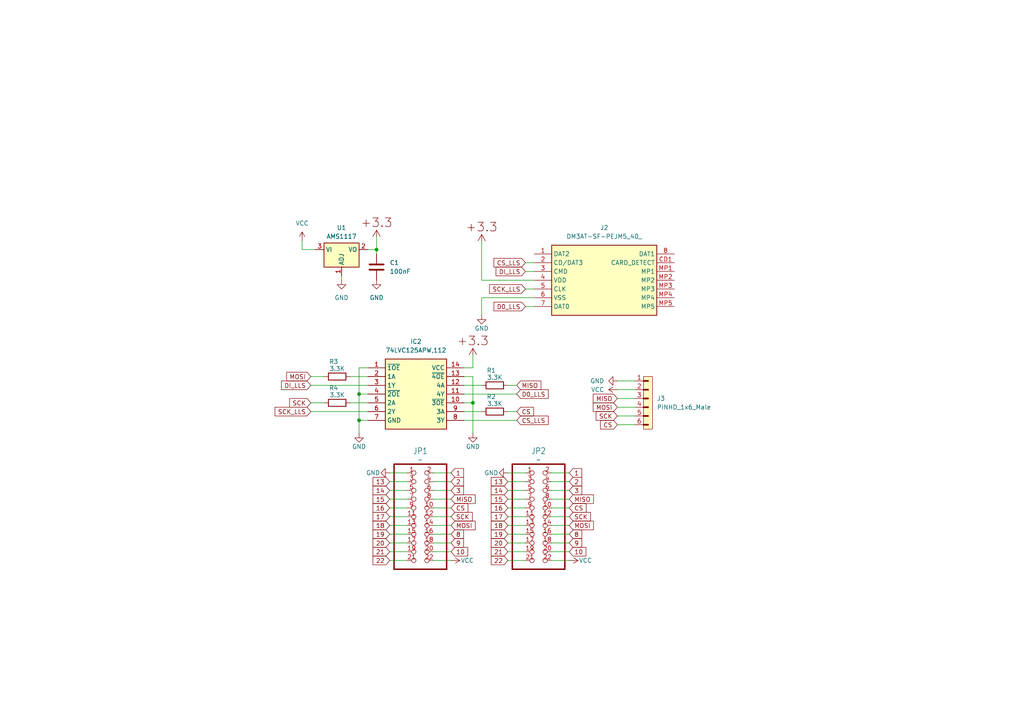
<source format=kicad_sch>
(kicad_sch (version 20231120) (generator "eeschema") (generator_version "8.0")
  (paper "A4")
  (title_block (title "XPL-32 SD Card Adapter") (rev "V2 "))
  (lib_symbols
    (symbol "74LVC125APW_112:74LVC125APW,112"
      (property "Reference" "IC" (at 24.13 7.62 0))
      (property "Value" "74LVC125APW,112" (at 24.13 5.08 0))
      (symbol "74LVC125APW,112_1_1"
        (rectangle (start 5.08 2.54) (end 22.86 -17.78) (stroke (width 0.254)) (fill (type background)))
        (pin passive line (at 0 0 0) (length 5.08) (name "~{1OE}") (number "1"))
        (pin passive line (at 27.94 -10.16 180) (length 5.08) (name "~{3OE}") (number "10"))
        (pin passive line (at 27.94 -7.62 180) (length 5.08) (name "4Y") (number "11"))
        (pin passive line (at 27.94 -5.08 180) (length 5.08) (name "4A") (number "12"))
        (pin passive line (at 27.94 -2.54 180) (length 5.08) (name "~{4OE}") (number "13"))
        (pin passive line (at 27.94 0 180) (length 5.08) (name "VCC") (number "14"))
        (pin passive line (at 0 -2.54 0) (length 5.08) (name "1A") (number "2"))
        (pin passive line (at 0 -5.08 0) (length 5.08) (name "1Y") (number "3"))
        (pin passive line (at 0 -7.62 0) (length 5.08) (name "~{2OE}") (number "4"))
        (pin passive line (at 0 -10.16 0) (length 5.08) (name "2A") (number "5"))
        (pin passive line (at 0 -12.7 0) (length 5.08) (name "2Y") (number "6"))
        (pin passive line (at 0 -15.24 0) (length 5.08) (name "GND") (number "7"))
        (pin passive line (at 27.94 -15.24 180) (length 5.08) (name "3Y") (number "8"))
        (pin passive line (at 27.94 -12.7 180) (length 5.08) (name "3A") (number "9"))
      )
    )
    (symbol "DM3AT-SF-PEJM5_40_:DM3AT-SF-PEJM5_40_"
      (property "Reference" "J" (at 36.83 7.62 0))
      (property "Value" "DM3AT-SF-PEJM5_40_" (at 36.83 5.08 0))
      (symbol "DM3AT-SF-PEJM5_40__1_1"
        (rectangle (start 5.08 2.54) (end 35.56 -17.78) (stroke (width 0.254)) (fill (type background)))
        (pin passive line (at 0 0 0) (length 5.08) (name "DAT2") (number "1"))
        (pin passive line (at 0 -2.54 0) (length 5.08) (name "CD/DAT3") (number "2"))
        (pin passive line (at 0 -5.08 0) (length 5.08) (name "CMD") (number "3"))
        (pin passive line (at 0 -7.62 0) (length 5.08) (name "VDD") (number "4"))
        (pin passive line (at 0 -10.16 0) (length 5.08) (name "CLK") (number "5"))
        (pin passive line (at 0 -12.7 0) (length 5.08) (name "VSS") (number "6"))
        (pin passive line (at 0 -15.24 0) (length 5.08) (name "DAT0") (number "7"))
        (pin passive line (at 40.64 0 180) (length 5.08) (name "DAT1") (number "8"))
        (pin passive line (at 40.64 -2.54 180) (length 5.08) (name "CARD_DETECT") (number "CD1"))
        (pin passive line (at 40.64 -5.08 180) (length 5.08) (name "MP1") (number "MP1"))
        (pin passive line (at 40.64 -7.62 180) (length 5.08) (name "MP2") (number "MP2"))
        (pin passive line (at 40.64 -10.16 180) (length 5.08) (name "MP3") (number "MP3"))
        (pin passive line (at 40.64 -12.7 180) (length 5.08) (name "MP4") (number "MP4"))
        (pin passive line (at 40.64 -15.24 180) (length 5.08) (name "MP5") (number "MP5"))
      )
    )
    (symbol "PCM_Capacitor_AKL:C_0603" (pin_numbers hide) (pin_names (offset 0.254))
      (property "Reference" "C" (at 0.635 2.54 0))
      (property "Value" "C_0603" (at 0.635 -2.54 0))
      (symbol "C_0603_0_1"
        (polyline (pts (xy -2.032 -0.762) (xy 2.032 -0.762)) (stroke (width 0.508)))
        (polyline (pts (xy -2.032 0.762) (xy 2.032 0.762)) (stroke (width 0.508)))
      )
      (symbol "C_0603_0_2"
        (polyline (pts (xy -2.54 -2.54) (xy -0.381 -0.381)))
        (polyline (pts (xy -0.508 -0.508) (xy -1.651 0.635)) (stroke (width 0.508)))
        (polyline (pts (xy -0.508 -0.508) (xy 0.635 -1.651)) (stroke (width 0.508)))
        (polyline (pts (xy 0.381 0.381) (xy 2.54 2.54)))
        (polyline (pts (xy 0.508 0.508) (xy -0.635 1.651)) (stroke (width 0.508)))
        (polyline (pts (xy 0.508 0.508) (xy 1.651 -0.635)) (stroke (width 0.508)))
      )
      (symbol "C_0603_1_1"
        (pin passive line (at 0 3.81 270) (length 2.794) (name "~") (number "1"))
        (pin passive line (at 0 -3.81 90) (length 2.794) (name "~") (number "2"))
      )
      (symbol "C_0603_1_2"
        (pin passive line (at 2.54 2.54 270) (length 0) (name "~") (number "1"))
        (pin passive line (at -2.54 -2.54 90) (length 0) (name "~") (number "2"))
      )
    )
    (symbol "PCM_Generic:P,+3.3" (power) (pin_numbers hide) (pin_names (offset 1.27) hide)
      (symbol "P,+3.3_1_1"
        (polyline (pts (xy 0 0) (xy 0 1.8288)))
        (polyline (pts (xy -1.0668 0) (xy 0 1.8288) (xy 1.0668 0)))
        (text "+3.3" (at 0 2.54 0) (effects (font (size 2.54 2.54)) (justify bottom)))
        (pin power_in line (at 0 0 0) (length 0) hide (name "+3.3") (number "0"))
      )
    )
    (symbol "PCM_Resistor_AKL:R_0805" (pin_numbers hide) (pin_names (offset 0))
      (property "Reference" "R" (at 2.54 1.27 0))
      (property "Value" "R_0805" (at 2.54 -1.27 0))
      (symbol "R_0805_0_1"
        (rectangle (start -1.016 2.54) (end 1.016 -2.54) (stroke (width 0.254)))
      )
      (symbol "R_0805_0_2"
        (polyline (pts (xy -2.54 -2.54) (xy -1.524 -1.524)))
        (polyline (pts (xy 1.524 1.524) (xy 2.54 2.54)))
        (polyline (pts (xy 1.524 1.524) (xy 0.889 2.159) (xy -2.159 -0.889) (xy -0.889 -2.159) (xy 2.159 0.889) (xy 1.524 1.524)) (stroke (width 0.254)))
      )
      (symbol "R_0805_1_1"
        (pin passive line (at 0 3.81 270) (length 1.27) (name "~") (number "1"))
        (pin passive line (at 0 -3.81 90) (length 1.27) (name "~") (number "2"))
      )
      (symbol "R_0805_1_2"
        (pin passive line (at 2.54 2.54 180) (length 0) (name "") (number "1"))
        (pin passive line (at -2.54 -2.54 0) (length 0) (name "") (number "2"))
      )
    )
    (symbol "PCM_SL_Pin_Headers:PINHD_1x6_Male"
      (property "Reference" "J" (at 0 11.43 0))
      (property "Value" "PINHD_1x6_Male" (at 0 8.89 0))
      (symbol "PINHD_1x6_Male_0_1"
        (rectangle (start -1.27 7.62) (end 1.27 -7.62) (fill (type background)))
        (polyline (pts (xy -1.27 -6.35) (xy 0 -6.35)) (stroke (width 0.3)))
        (polyline (pts (xy -1.27 -6.35) (xy 0 -6.35)) (stroke (width 0.5)))
        (polyline (pts (xy -1.27 -3.81) (xy 0 -3.81)) (stroke (width 0.3)))
        (polyline (pts (xy -1.27 -3.81) (xy 0 -3.81)) (stroke (width 0.5)))
        (polyline (pts (xy -1.27 -1.27) (xy 0 -1.27)) (stroke (width 0.3)))
        (polyline (pts (xy -1.27 -1.27) (xy 0 -1.27)) (stroke (width 0.5)))
        (polyline (pts (xy -1.27 1.27) (xy 0 1.27)) (stroke (width 0.3)))
        (polyline (pts (xy -1.27 1.27) (xy 0 1.27)) (stroke (width 0.5)))
        (polyline (pts (xy -1.27 3.81) (xy 0 3.81)) (stroke (width 0.3)))
        (polyline (pts (xy -1.27 3.81) (xy 0 3.81)) (stroke (width 0.5)))
        (polyline (pts (xy -1.27 6.35) (xy 0 6.35)) (stroke (width 0.3)))
        (polyline (pts (xy -1.27 6.35) (xy 0 6.35)) (stroke (width 0.5)))
      )
      (symbol "PINHD_1x6_Male_1_1"
        (pin passive line (at -3.81 6.35 0) (length 2.54) (name "") (number "1"))
        (pin passive line (at -3.81 3.81 0) (length 2.54) (name "") (number "2"))
        (pin passive line (at -3.81 1.27 0) (length 2.54) (name "") (number "3"))
        (pin passive line (at -3.81 -1.27 0) (length 2.54) (name "") (number "4"))
        (pin passive line (at -3.81 -3.81 0) (length 2.54) (name "") (number "5"))
        (pin passive line (at -3.81 -6.35 0) (length 2.54) (name "") (number "6"))
      )
    )
    (symbol "Regulator_Linear:AMS1117"
      (property "Reference" "U" (at -3.81 3.175 0))
      (property "Value" "AMS1117" (at 0 3.175 0))
      (symbol "AMS1117_0_1"
        (rectangle (start -5.08 -5.08) (end 5.08 1.905) (stroke (width 0.254)) (fill (type background)))
      )
      (symbol "AMS1117_1_1"
        (pin input line (at 0 -7.62 90) (length 2.54) (name "ADJ") (number "1"))
        (pin power_out line (at 7.62 0 180) (length 2.54) (name "VO") (number "2"))
        (pin power_in line (at -7.62 0 0) (length 2.54) (name "VI") (number "3"))
      )
    )
    (symbol "memory card-eagle-import:PINHD-2X11/90"
      (property "Reference" "JP" (at -6.35 15.875 0))
      (symbol "PINHD-2X11/90_1_0"
        (polyline (pts (xy -6.35 -15.24) (xy 8.89 -15.24)) (stroke (width 0.4064)))
        (polyline (pts (xy -6.35 15.24) (xy -6.35 -15.24)) (stroke (width 0.4064)))
        (polyline (pts (xy 8.89 -15.24) (xy 8.89 15.24)) (stroke (width 0.4064)))
        (polyline (pts (xy 8.89 15.24) (xy -6.35 15.24)) (stroke (width 0.4064)))
        (pin passive inverted (at -2.54 12.7 0) (length 2.54) (name "1") (number "1"))
        (pin passive inverted (at 5.08 2.54 180) (length 2.54) (name "10") (number "10"))
        (pin passive inverted (at -2.54 0 0) (length 2.54) (name "11") (number "11"))
        (pin passive inverted (at 5.08 0 180) (length 2.54) (name "12") (number "12"))
        (pin passive inverted (at -2.54 -2.54 0) (length 2.54) (name "13") (number "13"))
        (pin passive inverted (at 5.08 -2.54 180) (length 2.54) (name "14") (number "14"))
        (pin passive inverted (at -2.54 -5.08 0) (length 2.54) (name "15") (number "15"))
        (pin passive inverted (at 5.08 -5.08 180) (length 2.54) (name "16") (number "16"))
        (pin passive inverted (at -2.54 -7.62 0) (length 2.54) (name "17") (number "17"))
        (pin passive inverted (at 5.08 -7.62 180) (length 2.54) (name "18") (number "18"))
        (pin passive inverted (at -2.54 -10.16 0) (length 2.54) (name "19") (number "19"))
        (pin passive inverted (at 5.08 12.7 180) (length 2.54) (name "2") (number "2"))
        (pin passive inverted (at 5.08 -10.16 180) (length 2.54) (name "20") (number "20"))
        (pin passive inverted (at -2.54 -12.7 0) (length 2.54) (name "21") (number "21"))
        (pin passive inverted (at 5.08 -12.7 180) (length 2.54) (name "22") (number "22"))
        (pin passive inverted (at -2.54 10.16 0) (length 2.54) (name "3") (number "3"))
        (pin passive inverted (at 5.08 10.16 180) (length 2.54) (name "4") (number "4"))
        (pin passive inverted (at -2.54 7.62 0) (length 2.54) (name "5") (number "5"))
        (pin passive inverted (at 5.08 7.62 180) (length 2.54) (name "6") (number "6"))
        (pin passive inverted (at -2.54 5.08 0) (length 2.54) (name "7") (number "7"))
        (pin passive inverted (at 5.08 5.08 180) (length 2.54) (name "8") (number "8"))
        (pin passive inverted (at -2.54 2.54 0) (length 2.54) (name "9") (number "9"))
      )
    )
    (symbol "power:GND" (power) (pin_numbers hide) (pin_names (offset 0) hide)
      (property "Value" "GND" (at 0 -3.81 0))
      (symbol "GND_0_1"
        (polyline (pts (xy 0 0) (xy 0 -1.27) (xy 1.27 -1.27) (xy 0 -2.54) (xy -1.27 -1.27) (xy 0 -1.27)))
      )
      (symbol "GND_1_1"
        (pin power_in line (at 0 0 270) (length 0) (name "~") (number "1"))
      )
    )
    (symbol "power:VCC" (power) (pin_numbers hide) (pin_names (offset 0) hide)
      (property "Value" "VCC" (at 0 3.556 0))
      (symbol "VCC_0_1"
        (polyline (pts (xy -0.762 1.27) (xy 0 2.54)))
        (polyline (pts (xy 0 0) (xy 0 2.54)))
        (polyline (pts (xy 0 2.54) (xy 0.762 1.27)))
      )
      (symbol "VCC_1_1"
        (pin power_in line (at 0 0 90) (length 0) (name "~") (number "1"))
      )
    )
  )
  (junction (at 109.22 72.39))
  (junction (at 104.14 114.3))
  (junction (at 104.14 121.92))
  (junction (at 137.16 116.84))
  (wire (pts (xy 113.03 160.02) (xy 118.11 160.02)))
  (wire (pts (xy 134.62 106.68) (xy 137.16 106.68)))
  (wire (pts (xy 113.03 152.4) (xy 118.11 152.4)))
  (wire (pts (xy 165.1 157.48) (xy 160.02 157.48)))
  (wire (pts (xy 179.07 115.57) (xy 184.15 115.57)))
  (wire (pts (xy 90.17 119.38) (xy 106.68 119.38)))
  (wire (pts (xy 101.6 109.22) (xy 106.68 109.22)))
  (wire (pts (xy 165.1 147.32) (xy 160.02 147.32)))
  (wire (pts (xy 130.81 154.94) (xy 125.73 154.94)))
  (wire (pts (xy 134.62 114.3) (xy 149.86 114.3)))
  (wire (pts (xy 134.62 111.76) (xy 139.7 111.76)))
  (wire (pts (xy 113.03 149.86) (xy 118.11 149.86)))
  (wire (pts (xy 139.7 86.36) (xy 154.94 86.36)))
  (wire (pts (xy 130.81 157.48) (xy 125.73 157.48)))
  (wire (pts (xy 152.4 76.2) (xy 154.94 76.2)))
  (wire (pts (xy 147.32 139.7) (xy 152.4 139.7)))
  (wire (pts (xy 104.14 114.3) (xy 106.68 114.3)))
  (wire (pts (xy 134.62 116.84) (xy 137.16 116.84)))
  (wire (pts (xy 179.07 120.65) (xy 184.15 120.65)))
  (wire (pts (xy 147.32 157.48) (xy 152.4 157.48)))
  (wire (pts (xy 165.1 149.86) (xy 160.02 149.86)))
  (wire (pts (xy 152.4 88.9) (xy 154.94 88.9)))
  (wire (pts (xy 104.14 114.3) (xy 104.14 106.68)))
  (wire (pts (xy 134.62 119.38) (xy 139.7 119.38)))
  (wire (pts (xy 130.81 139.7) (xy 125.73 139.7)))
  (wire (pts (xy 147.32 111.76) (xy 149.86 111.76)))
  (wire (pts (xy 113.03 162.56) (xy 118.11 162.56)))
  (wire (pts (xy 113.03 157.48) (xy 118.11 157.48)))
  (wire (pts (xy 165.1 162.56) (xy 160.02 162.56)))
  (wire (pts (xy 165.1 152.4) (xy 160.02 152.4)))
  (wire (pts (xy 179.07 113.03) (xy 184.15 113.03)))
  (wire (pts (xy 101.6 116.84) (xy 106.68 116.84)))
  (wire (pts (xy 165.1 142.24) (xy 160.02 142.24)))
  (wire (pts (xy 113.03 147.32) (xy 118.11 147.32)))
  (wire (pts (xy 130.81 160.02) (xy 125.73 160.02)))
  (wire (pts (xy 147.32 154.94) (xy 152.4 154.94)))
  (wire (pts (xy 139.7 81.28) (xy 139.7 69.85)))
  (wire (pts (xy 87.63 72.39) (xy 91.44 72.39)))
  (wire (pts (xy 137.16 125.73) (xy 137.16 116.84)))
  (wire (pts (xy 147.32 144.78) (xy 152.4 144.78)))
  (wire (pts (xy 99.06 81.28) (xy 99.06 80.01)))
  (wire (pts (xy 130.81 149.86) (xy 125.73 149.86)))
  (wire (pts (xy 90.17 109.22) (xy 93.98 109.22)))
  (wire (pts (xy 147.32 162.56) (xy 152.4 162.56)))
  (wire (pts (xy 179.07 123.19) (xy 184.15 123.19)))
  (wire (pts (xy 113.03 139.7) (xy 118.11 139.7)))
  (wire (pts (xy 147.32 152.4) (xy 152.4 152.4)))
  (wire (pts (xy 104.14 121.92) (xy 104.14 114.3)))
  (wire (pts (xy 165.1 137.16) (xy 160.02 137.16)))
  (wire (pts (xy 139.7 81.28) (xy 154.94 81.28)))
  (wire (pts (xy 130.81 162.56) (xy 125.73 162.56)))
  (wire (pts (xy 137.16 102.87) (xy 137.16 106.68)))
  (wire (pts (xy 147.32 142.24) (xy 152.4 142.24)))
  (wire (pts (xy 152.4 78.74) (xy 154.94 78.74)))
  (wire (pts (xy 152.4 83.82) (xy 154.94 83.82)))
  (wire (pts (xy 113.03 144.78) (xy 118.11 144.78)))
  (wire (pts (xy 104.14 121.92) (xy 104.14 125.73)))
  (wire (pts (xy 165.1 160.02) (xy 160.02 160.02)))
  (wire (pts (xy 130.81 144.78) (xy 125.73 144.78)))
  (wire (pts (xy 130.81 142.24) (xy 125.73 142.24)))
  (wire (pts (xy 113.03 142.24) (xy 118.11 142.24)))
  (wire (pts (xy 165.1 144.78) (xy 160.02 144.78)))
  (wire (pts (xy 106.68 121.92) (xy 104.14 121.92)))
  (wire (pts (xy 90.17 111.76) (xy 106.68 111.76)))
  (wire (pts (xy 130.81 137.16) (xy 125.73 137.16)))
  (wire (pts (xy 104.14 106.68) (xy 106.68 106.68)))
  (wire (pts (xy 179.07 110.49) (xy 184.15 110.49)))
  (wire (pts (xy 147.32 137.16) (xy 152.4 137.16)))
  (wire (pts (xy 147.32 149.86) (xy 152.4 149.86)))
  (wire (pts (xy 137.16 109.22) (xy 134.62 109.22)))
  (wire (pts (xy 147.32 147.32) (xy 152.4 147.32)))
  (wire (pts (xy 130.81 147.32) (xy 125.73 147.32)))
  (wire (pts (xy 147.32 119.38) (xy 149.86 119.38)))
  (wire (pts (xy 139.7 86.36) (xy 139.7 91.44)))
  (wire (pts (xy 179.07 118.11) (xy 184.15 118.11)))
  (wire (pts (xy 147.32 160.02) (xy 152.4 160.02)))
  (wire (pts (xy 87.63 69.85) (xy 87.63 72.39)))
  (wire (pts (xy 113.03 137.16) (xy 118.11 137.16)))
  (wire (pts (xy 165.1 139.7) (xy 160.02 139.7)))
  (wire (pts (xy 109.22 68.58) (xy 109.22 72.39)))
  (wire (pts (xy 165.1 154.94) (xy 160.02 154.94)))
  (wire (pts (xy 106.68 72.39) (xy 109.22 72.39)))
  (wire (pts (xy 134.62 121.92) (xy 149.86 121.92)))
  (wire (pts (xy 113.03 154.94) (xy 118.11 154.94)))
  (wire (pts (xy 90.17 116.84) (xy 93.98 116.84)))
  (wire (pts (xy 130.81 152.4) (xy 125.73 152.4)))
  (wire (pts (xy 137.16 116.84) (xy 137.16 109.22)))
  (wire (pts (xy 109.22 72.39) (xy 109.22 73.66)))
  (global_label "CS_LLS" (shape input) (at 152.4 76.2 180) (property "Intersheetrefs" "${INTERSHEET_REFS}" (effects (hide yes))))
  (global_label "D0_LLS" (shape input) (at 149.86 114.3 0) (property "Intersheetrefs" "${INTERSHEET_REFS}" (effects (hide yes))))
  (global_label "14" (shape input) (at 113.03 142.24 180) (property "Intersheetrefs" "${INTERSHEET_REFS}" (effects (hide yes))))
  (global_label "CS_LLS" (shape input) (at 149.86 121.92 0) (property "Intersheetrefs" "${INTERSHEET_REFS}" (effects (hide yes))))
  (global_label "1" (shape input) (at 165.1 137.16 0) (property "Intersheetrefs" "${INTERSHEET_REFS}" (effects (hide yes))))
  (global_label "MOSI" (shape input) (at 165.1 152.4 0) (property "Intersheetrefs" "${INTERSHEET_REFS}" (effects (hide yes))))
  (global_label "SCK_LLS" (shape input) (at 90.17 119.38 180) (property "Intersheetrefs" "${INTERSHEET_REFS}" (effects (hide yes))))
  (global_label "20" (shape input) (at 113.03 157.48 180) (property "Intersheetrefs" "${INTERSHEET_REFS}" (effects (hide yes))))
  (global_label "DI_LLS" (shape input) (at 152.4 78.74 180) (property "Intersheetrefs" "${INTERSHEET_REFS}" (effects (hide yes))))
  (global_label "SCK" (shape input) (at 130.81 149.86 0) (property "Intersheetrefs" "${INTERSHEET_REFS}" (effects (hide yes))))
  (global_label "8" (shape input) (at 165.1 154.94 0) (property "Intersheetrefs" "${INTERSHEET_REFS}" (effects (hide yes))))
  (global_label "2" (shape input) (at 130.81 139.7 0) (property "Intersheetrefs" "${INTERSHEET_REFS}" (effects (hide yes))))
  (global_label "SCK_LLS" (shape input) (at 152.4 83.82 180) (property "Intersheetrefs" "${INTERSHEET_REFS}" (effects (hide yes))))
  (global_label "17" (shape input) (at 113.03 149.86 180) (property "Intersheetrefs" "${INTERSHEET_REFS}" (effects (hide yes))))
  (global_label "9" (shape input) (at 130.81 157.48 0) (property "Intersheetrefs" "${INTERSHEET_REFS}" (effects (hide yes))))
  (global_label "10" (shape input) (at 130.81 160.02 0) (property "Intersheetrefs" "${INTERSHEET_REFS}" (effects (hide yes))))
  (global_label "18" (shape input) (at 113.03 152.4 180) (property "Intersheetrefs" "${INTERSHEET_REFS}" (effects (hide yes))))
  (global_label "22" (shape input) (at 113.03 162.56 180) (property "Intersheetrefs" "${INTERSHEET_REFS}" (effects (hide yes))))
  (global_label "MISO" (shape input) (at 149.86 111.76 0) (property "Intersheetrefs" "${INTERSHEET_REFS}" (effects (hide yes))))
  (global_label "10" (shape input) (at 165.1 160.02 0) (property "Intersheetrefs" "${INTERSHEET_REFS}" (effects (hide yes))))
  (global_label "MISO" (shape input) (at 179.07 115.57 180) (property "Intersheetrefs" "${INTERSHEET_REFS}" (effects (hide yes))))
  (global_label "3" (shape input) (at 130.81 142.24 0) (property "Intersheetrefs" "${INTERSHEET_REFS}" (effects (hide yes))))
  (global_label "2" (shape input) (at 165.1 139.7 0) (property "Intersheetrefs" "${INTERSHEET_REFS}" (effects (hide yes))))
  (global_label "18" (shape input) (at 147.32 152.4 180) (property "Intersheetrefs" "${INTERSHEET_REFS}" (effects (hide yes))))
  (global_label "16" (shape input) (at 113.03 147.32 180) (property "Intersheetrefs" "${INTERSHEET_REFS}" (effects (hide yes))))
  (global_label "13" (shape input) (at 147.32 139.7 180) (property "Intersheetrefs" "${INTERSHEET_REFS}" (effects (hide yes))))
  (global_label "CS" (shape input) (at 130.81 147.32 0) (property "Intersheetrefs" "${INTERSHEET_REFS}" (effects (hide yes))))
  (global_label "3" (shape input) (at 165.1 142.24 0) (property "Intersheetrefs" "${INTERSHEET_REFS}" (effects (hide yes))))
  (global_label "16" (shape input) (at 147.32 147.32 180) (property "Intersheetrefs" "${INTERSHEET_REFS}" (effects (hide yes))))
  (global_label "19" (shape input) (at 113.03 154.94 180) (property "Intersheetrefs" "${INTERSHEET_REFS}" (effects (hide yes))))
  (global_label "CS" (shape input) (at 165.1 147.32 0) (property "Intersheetrefs" "${INTERSHEET_REFS}" (effects (hide yes))))
  (global_label "20" (shape input) (at 147.32 157.48 180) (property "Intersheetrefs" "${INTERSHEET_REFS}" (effects (hide yes))))
  (global_label "19" (shape input) (at 147.32 154.94 180) (property "Intersheetrefs" "${INTERSHEET_REFS}" (effects (hide yes))))
  (global_label "MOSI" (shape input) (at 90.17 109.22 180) (property "Intersheetrefs" "${INTERSHEET_REFS}" (effects (hide yes))))
  (global_label "D0_LLS" (shape input) (at 152.4 88.9 180) (property "Intersheetrefs" "${INTERSHEET_REFS}" (effects (hide yes))))
  (global_label "13" (shape input) (at 113.03 139.7 180) (property "Intersheetrefs" "${INTERSHEET_REFS}" (effects (hide yes))))
  (global_label "SCK" (shape input) (at 165.1 149.86 0) (property "Intersheetrefs" "${INTERSHEET_REFS}" (effects (hide yes))))
  (global_label "MISO" (shape input) (at 130.81 144.78 0) (property "Intersheetrefs" "${INTERSHEET_REFS}" (effects (hide yes))))
  (global_label "DI_LLS" (shape input) (at 90.17 111.76 180) (property "Intersheetrefs" "${INTERSHEET_REFS}" (effects (hide yes))))
  (global_label "15" (shape input) (at 147.32 144.78 180) (property "Intersheetrefs" "${INTERSHEET_REFS}" (effects (hide yes))))
  (global_label "8" (shape input) (at 130.81 154.94 0) (property "Intersheetrefs" "${INTERSHEET_REFS}" (effects (hide yes))))
  (global_label "1" (shape input) (at 130.81 137.16 0) (property "Intersheetrefs" "${INTERSHEET_REFS}" (effects (hide yes))))
  (global_label "15" (shape input) (at 113.03 144.78 180) (property "Intersheetrefs" "${INTERSHEET_REFS}" (effects (hide yes))))
  (global_label "14" (shape input) (at 147.32 142.24 180) (property "Intersheetrefs" "${INTERSHEET_REFS}" (effects (hide yes))))
  (global_label "MISO" (shape input) (at 165.1 144.78 0) (property "Intersheetrefs" "${INTERSHEET_REFS}" (effects (hide yes))))
  (global_label "21" (shape input) (at 147.32 160.02 180) (property "Intersheetrefs" "${INTERSHEET_REFS}" (effects (hide yes))))
  (global_label "SCK" (shape input) (at 179.07 120.65 180) (property "Intersheetrefs" "${INTERSHEET_REFS}" (effects (hide yes))))
  (global_label "21" (shape input) (at 113.03 160.02 180) (property "Intersheetrefs" "${INTERSHEET_REFS}" (effects (hide yes))))
  (global_label "SCK" (shape input) (at 90.17 116.84 180) (property "Intersheetrefs" "${INTERSHEET_REFS}" (effects (hide yes))))
  (global_label "MOSI" (shape input) (at 130.81 152.4 0) (property "Intersheetrefs" "${INTERSHEET_REFS}" (effects (hide yes))))
  (global_label "22" (shape input) (at 147.32 162.56 180) (property "Intersheetrefs" "${INTERSHEET_REFS}" (effects (hide yes))))
  (global_label "MOSI" (shape input) (at 179.07 118.11 180) (property "Intersheetrefs" "${INTERSHEET_REFS}" (effects (hide yes))))
  (global_label "CS" (shape input) (at 179.07 123.19 180) (property "Intersheetrefs" "${INTERSHEET_REFS}" (effects (hide yes))))
  (global_label "CS" (shape input) (at 149.86 119.38 0) (property "Intersheetrefs" "${INTERSHEET_REFS}" (effects (hide yes))))
  (global_label "17" (shape input) (at 147.32 149.86 180) (property "Intersheetrefs" "${INTERSHEET_REFS}" (effects (hide yes))))
  (global_label "9" (shape input) (at 165.1 157.48 0) (property "Intersheetrefs" "${INTERSHEET_REFS}" (effects (hide yes))))
  (symbol (lib_id "PCM_Resistor_AKL:R_0805") (at 97.79 116.84 90) (unit 1)
    (property "Reference" "R4" (at 96.774 112.522 90))
    (property "Value" "3.3K" (at 97.79 114.554 90))
    (property "Footprint" "PCM_Resistor_SMD_AKL:R_0805_2012Metric" (effects (hide yes)))
    (property "Description" "SMD 0805 Chip Resistor, European Symbol, Alternate KiCad Library" (effects (hide yes)))
  )
  (symbol (lib_id "PCM_Generic:P,+3.3") (at 137.16 102.87 0) (unit 1)
    (property "Reference" "#PWR02" (effects (hide yes)))
    (property "Value" "P,+3.3" (effects (hide yes)))
    (property "Description" "+3.3 positive potential/voltage (global DC power supply node)" (effects (hide yes)))
  )
  (symbol (lib_id "power:VCC") (at 165.1 162.56 270) (unit 1)
    (property "Reference" "#PWR015" (effects (hide yes)))
    (property "Value" "VCC" (at 167.894 162.56 90) (effects (justify left)))
    (property "Description" "Power symbol creates a global label with name \"VCC\"" (effects (hide yes)))
  )
  (symbol (lib_id "PCM_Generic:P,+3.3") (at 109.22 68.58 0) (unit 1)
    (property "Reference" "#PWR09" (effects (hide yes)))
    (property "Value" "P,+3.3" (effects (hide yes)))
    (property "Description" "+3.3 positive potential/voltage (global DC power supply node)" (effects (hide yes)))
  )
  (symbol (lib_id "memory card-eagle-import:PINHD-2X11/90") (at 154.94 149.86 0) (unit 1)
    (property "Reference" "JP2" (at 156.21 130.81 0) (effects (font (size 1.778 1.5113))))
    (property "Value" "~" (at 156.21 133.35 0) (effects (font (size 1.778 1.5113))))
    (property "Footprint" "qer:2X11_90_325" (effects (hide yes)))
    (property "Description" "PIN HEADER" (effects (hide yes)))
  )
  (symbol (lib_id "power:GND") (at 139.7 91.44 0) (unit 1)
    (property "Reference" "#PWR05" (effects (hide yes)))
    (property "Value" "GND" (at 139.7 95.25 0))
    (property "Description" "Power symbol creates a global label with name \"GND\" , ground" (effects (hide yes)))
  )
  (symbol (lib_id "power:GND") (at 104.14 125.73 0) (unit 1)
    (property "Reference" "#PWR03" (effects (hide yes)))
    (property "Value" "GND" (at 104.14 129.54 0))
    (property "Description" "Power symbol creates a global label with name \"GND\" , ground" (effects (hide yes)))
  )
  (symbol (lib_id "Regulator_Linear:AMS1117") (at 99.06 72.39 0) (unit 1)
    (property "Reference" "U1" (at 99.06 66.04 0))
    (property "Value" "AMS1117" (at 99.06 68.58 0))
    (property "Footprint" "Package_TO_SOT_SMD:SOT-223-3_TabPin2" (effects (hide yes)))
    (property "Datasheet" "http://www.advanced-monolithic.com/pdf/ds1117.pdf" (effects (hide yes)))
    (property "Description" "1A Low Dropout regulator, positive, adjustable output, SOT-223" (effects (hide yes)))
  )
  (symbol (lib_id "PCM_Resistor_AKL:R_0805") (at 97.79 109.22 90) (unit 1)
    (property "Reference" "R3" (at 96.774 104.902 90))
    (property "Value" "3.3K" (at 97.79 106.934 90))
    (property "Footprint" "PCM_Resistor_SMD_AKL:R_0805_2012Metric" (effects (hide yes)))
    (property "Description" "SMD 0805 Chip Resistor, European Symbol, Alternate KiCad Library" (effects (hide yes)))
  )
  (symbol (lib_id "memory card-eagle-import:PINHD-2X11/90") (at 120.65 149.86 0) (unit 1)
    (property "Reference" "JP1" (at 121.92 130.81 0) (effects (font (size 1.778 1.5113))))
    (property "Value" "~" (at 121.92 133.35 0) (effects (font (size 1.778 1.5113))))
    (property "Footprint" "qer:2X11_90_325" (effects (hide yes)))
    (property "Description" "PIN HEADER" (effects (hide yes)))
  )
  (symbol (lib_id "PCM_Capacitor_AKL:C_0603") (at 109.22 77.47 0) (unit 1)
    (property "Reference" "C1" (at 113.03 76.1999 0) (effects (justify left)))
    (property "Value" "100nF" (at 113.03 78.7399 0) (effects (justify left)))
    (property "Footprint" "PCM_Capacitor_SMD_AKL:C_0603_1608Metric" (effects (hide yes)))
    (property "Description" "SMD 0603 MLCC capacitor, Alternate KiCad Library" (effects (hide yes)))
  )
  (symbol (lib_id "power:GND") (at 113.03 137.16 270) (unit 1)
    (property "Reference" "#PWR013" (effects (hide yes)))
    (property "Value" "GND" (at 108.204 137.16 90))
    (property "Description" "Power symbol creates a global label with name \"GND\" , ground" (effects (hide yes)))
  )
  (symbol (lib_id "PCM_Resistor_AKL:R_0805") (at 143.51 119.38 90) (unit 1)
    (property "Reference" "R2" (at 142.494 115.062 90))
    (property "Value" "3.3K" (at 143.51 117.094 90))
    (property "Footprint" "PCM_Resistor_SMD_AKL:R_0805_2012Metric" (effects (hide yes)))
    (property "Description" "SMD 0805 Chip Resistor, European Symbol, Alternate KiCad Library" (effects (hide yes)))
  )
  (symbol (lib_id "DM3AT-SF-PEJM5_40_:DM3AT-SF-PEJM5_40_") (at 154.94 73.66 0) (unit 1)
    (property "Reference" "J2" (at 175.26 66.04 0))
    (property "Value" "DM3AT-SF-PEJM5_40_" (at 175.26 68.58 0))
    (property "Footprint" "DM3ATSFPEJM540" (effects (hide yes)))
    (property "Datasheet" "https://componentsearchengine.com/Datasheets/2/DM3AT-SF-PEJM5(40).pdf" (effects (hide yes)))
    (property "Description" "Memory Card Connectors MICRO SD CD CONN STD SMT PUSHPUSH" (effects (hide yes)))
    (property "Height" "1.83" (effects (hide yes)))
    (property "Mouser Part Number" "798-DM3AT-SF-PEJM540" (effects (hide yes)))
    (property "Mouser Price/Stock" "https://www.mouser.co.uk/ProductDetail/Hirose-Connector/DM3AT-SF-PEJM540?qs=0WLLhGLuJYzPvbo0KPPEoQ%3D%3D" (effects (hide yes)))
    (property "Manufacturer_Name" "Hirose" (effects (hide yes)))
    (property "Manufacturer_Part_Number" "DM3AT-SF-PEJM5(40)" (effects (hide yes)))
  )
  (symbol (lib_id "power:GND") (at 147.32 137.16 270) (unit 1)
    (property "Reference" "#PWR011" (effects (hide yes)))
    (property "Value" "GND" (at 142.494 137.16 90))
    (property "Description" "Power symbol creates a global label with name \"GND\" , ground" (effects (hide yes)))
  )
  (symbol (lib_id "power:GND") (at 109.22 81.28 0) (unit 1)
    (property "Reference" "#PWR08" (effects (hide yes)))
    (property "Value" "GND" (at 109.22 86.36 0))
    (property "Description" "Power symbol creates a global label with name \"GND\" , ground" (effects (hide yes)))
  )
  (symbol (lib_id "power:VCC") (at 130.81 162.56 270) (unit 1)
    (property "Reference" "#PWR014" (effects (hide yes)))
    (property "Value" "VCC" (at 133.604 162.56 90) (effects (justify left)))
    (property "Description" "Power symbol creates a global label with name \"VCC\"" (effects (hide yes)))
  )
  (symbol (lib_id "power:GND") (at 99.06 81.28 0) (unit 1)
    (property "Reference" "#PWR07" (effects (hide yes)))
    (property "Value" "GND" (at 99.06 86.36 0))
    (property "Description" "Power symbol creates a global label with name \"GND\" , ground" (effects (hide yes)))
  )
  (symbol (lib_id "PCM_Generic:P,+3.3") (at 139.7 69.85 0) (unit 1)
    (property "Reference" "#PWR01" (effects (hide yes)))
    (property "Value" "P,+3.3" (effects (hide yes)))
    (property "Description" "+3.3 positive potential/voltage (global DC power supply node)" (effects (hide yes)))
  )
  (symbol (lib_id "power:VCC") (at 179.07 113.03 90) (unit 1)
    (property "Reference" "#PWR012" (effects (hide yes)))
    (property "Value" "VCC" (at 175.26 113.0299 90) (effects (justify left)))
    (property "Description" "Power symbol creates a global label with name \"VCC\"" (effects (hide yes)))
  )
  (symbol (lib_id "PCM_Resistor_AKL:R_0805") (at 143.51 111.76 90) (unit 1)
    (property "Reference" "R1" (at 142.494 107.442 90))
    (property "Value" "3.3K" (at 143.51 109.474 90))
    (property "Footprint" "PCM_Resistor_SMD_AKL:R_0805_2012Metric" (effects (hide yes)))
    (property "Description" "SMD 0805 Chip Resistor, European Symbol, Alternate KiCad Library" (effects (hide yes)))
  )
  (symbol (lib_id "power:GND") (at 137.16 125.73 0) (unit 1)
    (property "Reference" "#PWR04" (effects (hide yes)))
    (property "Value" "GND" (at 137.16 129.54 0))
    (property "Description" "Power symbol creates a global label with name \"GND\" , ground" (effects (hide yes)))
  )
  (symbol (lib_id "power:GND") (at 179.07 110.49 270) (unit 1)
    (property "Reference" "#PWR06" (effects (hide yes)))
    (property "Value" "GND" (at 175.26 110.4899 90) (effects (justify right)))
    (property "Description" "Power symbol creates a global label with name \"GND\" , ground" (effects (hide yes)))
  )
  (symbol (lib_id "PCM_SL_Pin_Headers:PINHD_1x6_Male") (at 187.96 116.84 0) (unit 1)
    (property "Reference" "J3" (at 190.5 115.5699 0) (effects (justify left)))
    (property "Value" "PINHD_1x6_Male" (at 190.5 118.1099 0) (effects (justify left)))
    (property "Footprint" "Connector_PinHeader_2.54mm:PinHeader_1x06_P2.54mm_Vertical" (effects (hide yes)))
    (property "Description" "Pin Header male with pin space 2.54mm. Pin Count -6" (effects (hide yes)))
  )
  (symbol (lib_id "power:VCC") (at 87.63 69.85 0) (unit 1)
    (property "Reference" "#PWR010" (effects (hide yes)))
    (property "Value" "VCC" (at 87.63 64.77 0))
    (property "Description" "Power symbol creates a global label with name \"VCC\"" (effects (hide yes)))
  )
  (symbol (lib_id "74LVC125APW_112:74LVC125APW,112") (at 106.68 106.68 0) (unit 1)
    (property "Reference" "IC2" (at 120.65 99.06 0))
    (property "Value" "74LVC125APW,112" (at 120.65 101.6 0))
    (property "Footprint" "SOP65P640X110-14N" (effects (hide yes)))
    (property "Datasheet" "https://componentsearchengine.com//74LVC125APW,112.pdf" (effects (hide yes)))
    (property "Description" "IC,Logic,7400,Quad 3-state Buffer,Output Enable Inputs Active Low,TSSOP14,74LVC125APW" (effects (hide yes)))
    (property "Height" "1.1" (effects (hide yes)))
    (property "Mouser2 Part Number" "771-LVC125APW112" (effects (hide yes)))
    (property "Mouser2 Price/Stock" "https://www.mouser.com/Search/Refine.aspx?Keyword=771-LVC125APW112" (effects (hide yes)))
    (property "Manufacturer_Name" "Nexperia" (effects (hide yes)))
    (property "Manufacturer_Part_Number" "74LVC125APW,112" (effects (hide yes)))
  )
)
</source>
